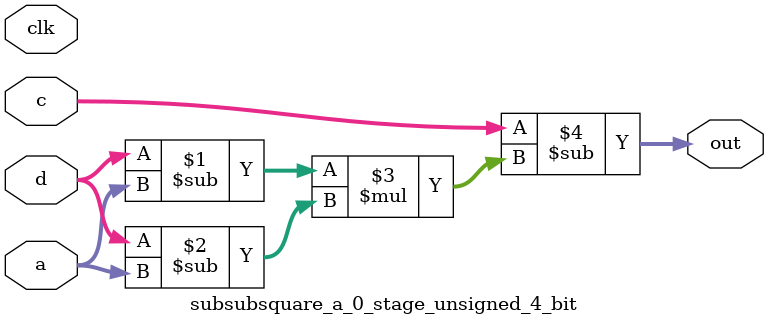
<source format=sv>
(* use_dsp = "yes" *) module subsubsquare_a_0_stage_unsigned_4_bit(
	input  [3:0] a,
	input  [3:0] c,
	input  [3:0] d,
	output [3:0] out,
	input clk);

	assign out = c - ((d - a) * (d - a));
endmodule

</source>
